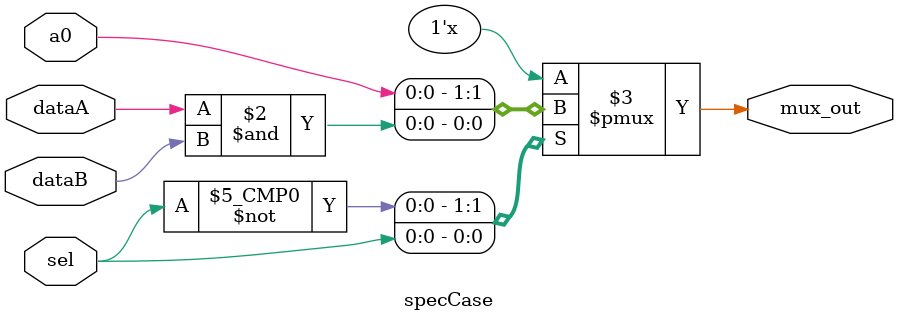
<source format=v>

module specCase(
dataA,
dataB, 
a0,
sel,
mux_out
);

input dataA, dataB, a0, sel;
output mux_out;
reg mux_out;

always @ (sel or (dataA & dataB) or a0)
begin: MUX
case (sel)
  1'b0 : mux_out = a0;
  1'b1 : mux_out = (dataA & dataB);
endcase
end

endmodule

</source>
